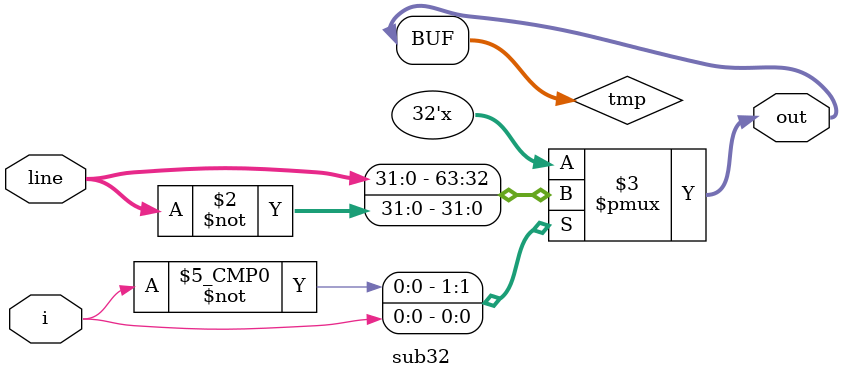
<source format=v>
module add16 ( input[15:0] a, input[15:0] b, input cin, output[15:0] sum, output cout );
endmodule

module top_module(
    input [31:0] a,
    input [31:0] b,
    input sub,
    output [31:0] sum
);
    wire [31:0]real_b;
    sub32 pre1(b, sub, real_b);
    wire addout;
    add16 low16(a[15:0], real_b[15:0], sub, sum[15:0], addout);
    add16 high16(a[31:16], real_b[31:16], addout, sum[31:16], );
endmodule

module sub32(input [31:0]line, input i, output [31:0]out);
    reg [31:0]tmp;
    always @(*) begin
        case (i)
            1'b0: tmp = line;
            1'b1: tmp = ~line;
        endcase
    end
    assign out = tmp;
endmodule
</source>
